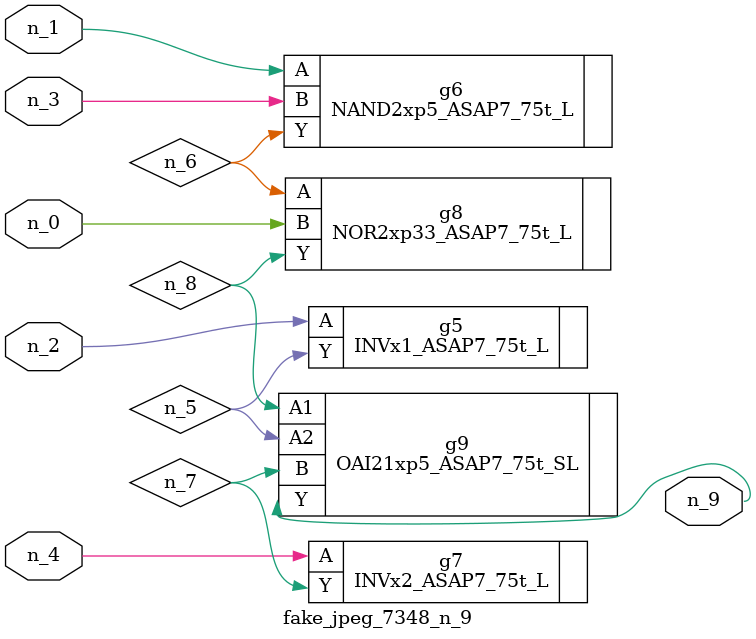
<source format=v>
module fake_jpeg_7348_n_9 (n_3, n_2, n_1, n_0, n_4, n_9);

input n_3;
input n_2;
input n_1;
input n_0;
input n_4;

output n_9;

wire n_8;
wire n_6;
wire n_5;
wire n_7;

INVx1_ASAP7_75t_L g5 ( 
.A(n_2),
.Y(n_5)
);

NAND2xp5_ASAP7_75t_L g6 ( 
.A(n_1),
.B(n_3),
.Y(n_6)
);

INVx2_ASAP7_75t_L g7 ( 
.A(n_4),
.Y(n_7)
);

NOR2xp33_ASAP7_75t_L g8 ( 
.A(n_6),
.B(n_0),
.Y(n_8)
);

OAI21xp5_ASAP7_75t_SL g9 ( 
.A1(n_8),
.A2(n_5),
.B(n_7),
.Y(n_9)
);


endmodule
</source>
